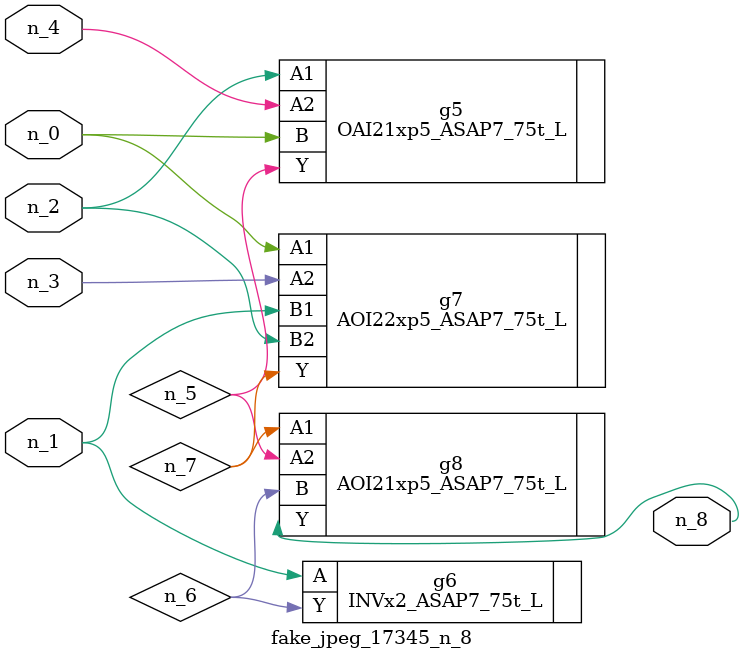
<source format=v>
module fake_jpeg_17345_n_8 (n_3, n_2, n_1, n_0, n_4, n_8);

input n_3;
input n_2;
input n_1;
input n_0;
input n_4;

output n_8;

wire n_6;
wire n_5;
wire n_7;

OAI21xp5_ASAP7_75t_L g5 ( 
.A1(n_2),
.A2(n_4),
.B(n_0),
.Y(n_5)
);

INVx2_ASAP7_75t_L g6 ( 
.A(n_1),
.Y(n_6)
);

AOI22xp5_ASAP7_75t_L g7 ( 
.A1(n_0),
.A2(n_3),
.B1(n_1),
.B2(n_2),
.Y(n_7)
);

AOI21xp5_ASAP7_75t_L g8 ( 
.A1(n_7),
.A2(n_5),
.B(n_6),
.Y(n_8)
);


endmodule
</source>
